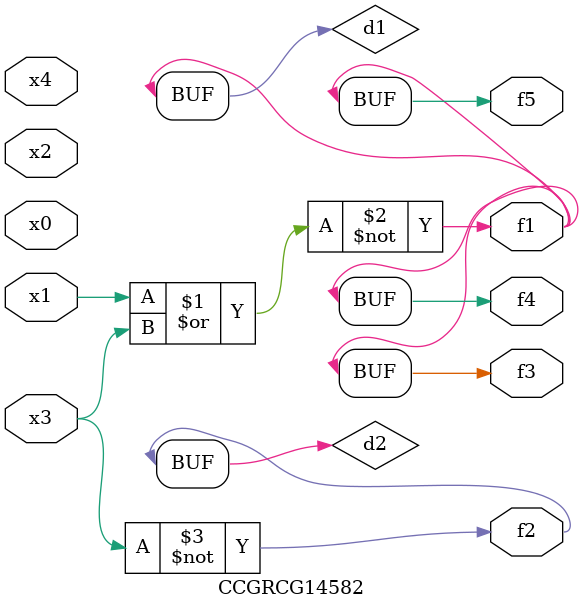
<source format=v>
module CCGRCG14582(
	input x0, x1, x2, x3, x4,
	output f1, f2, f3, f4, f5
);

	wire d1, d2;

	nor (d1, x1, x3);
	not (d2, x3);
	assign f1 = d1;
	assign f2 = d2;
	assign f3 = d1;
	assign f4 = d1;
	assign f5 = d1;
endmodule

</source>
